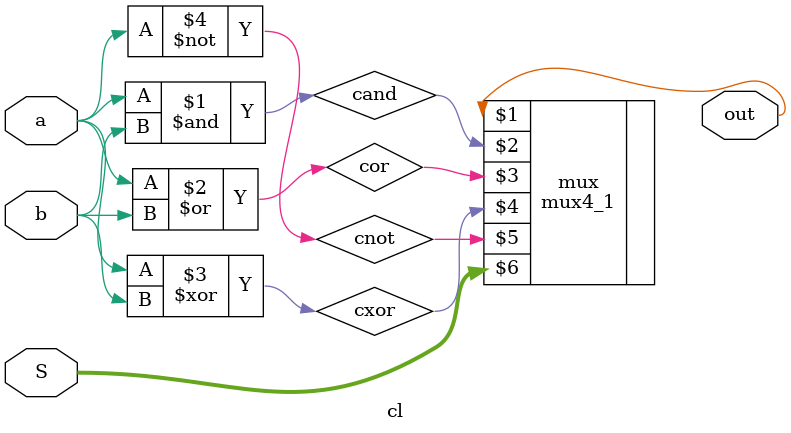
<source format=v>
module cl(output wire out, input wire a, b, input wire [1:0] S);

    wire cand, cor, cxor, cnot;

    and and1(cand, a, b);
    or or1(cor, a, b);
    xor xor1(cxor, a, b);
    not not1(cnot, a);

    mux4_1 mux(out, cand, cor, cxor, cnot, S);

endmodule
</source>
